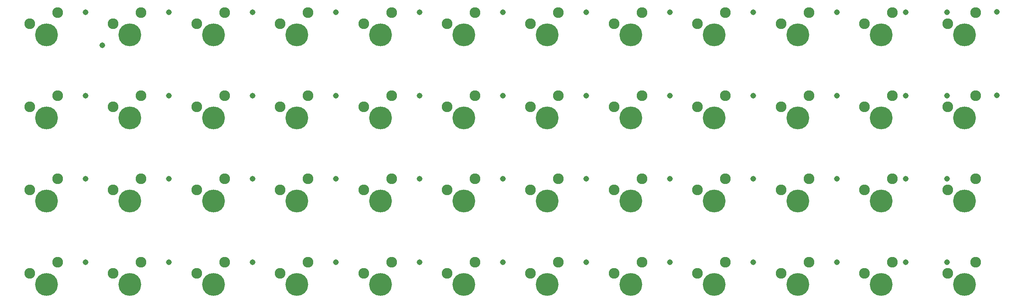
<source format=gbr>
G04 EAGLE Gerber RS-274X export*
G75*
%MOMM*%
%FSLAX34Y34*%
%LPD*%
%INSoldermask Bottom*%
%IPPOS*%
%AMOC8*
5,1,8,0,0,1.08239X$1,22.5*%
G01*
G04 Define Apertures*
%ADD10C,5.207000*%
%ADD11C,2.451100*%
%ADD12C,1.311200*%
D10*
X88900Y88900D03*
D11*
X50800Y114300D03*
X114300Y139700D03*
D10*
X1798828Y88900D03*
D11*
X1760728Y114300D03*
X1824228Y139700D03*
D10*
X1988820Y88900D03*
D11*
X1950720Y114300D03*
X2014220Y139700D03*
D10*
X2178812Y88900D03*
D11*
X2140712Y114300D03*
X2204212Y139700D03*
D10*
X88900Y278892D03*
D11*
X50800Y304292D03*
X114300Y329692D03*
D10*
X278892Y278892D03*
D11*
X240792Y304292D03*
X304292Y329692D03*
D10*
X468884Y278892D03*
D11*
X430784Y304292D03*
X494284Y329692D03*
D10*
X658876Y278892D03*
D11*
X620776Y304292D03*
X684276Y329692D03*
D10*
X848868Y278892D03*
D11*
X810768Y304292D03*
X874268Y329692D03*
D10*
X1038860Y278892D03*
D11*
X1000760Y304292D03*
X1064260Y329692D03*
D10*
X1228852Y278892D03*
D11*
X1190752Y304292D03*
X1254252Y329692D03*
D10*
X278892Y88900D03*
D11*
X240792Y114300D03*
X304292Y139700D03*
D10*
X1418844Y278892D03*
D11*
X1380744Y304292D03*
X1444244Y329692D03*
D10*
X1608836Y278892D03*
D11*
X1570736Y304292D03*
X1634236Y329692D03*
D10*
X1798828Y278892D03*
D11*
X1760728Y304292D03*
X1824228Y329692D03*
D10*
X1988820Y278892D03*
D11*
X1950720Y304292D03*
X2014220Y329692D03*
D10*
X2178812Y278892D03*
D11*
X2140712Y304292D03*
X2204212Y329692D03*
D10*
X88900Y468884D03*
D11*
X50800Y494284D03*
X114300Y519684D03*
D10*
X278892Y468884D03*
D11*
X240792Y494284D03*
X304292Y519684D03*
D10*
X468884Y468884D03*
D11*
X430784Y494284D03*
X494284Y519684D03*
D10*
X658876Y468884D03*
D11*
X620776Y494284D03*
X684276Y519684D03*
D10*
X848868Y468884D03*
D11*
X810768Y494284D03*
X874268Y519684D03*
D10*
X468884Y88900D03*
D11*
X430784Y114300D03*
X494284Y139700D03*
D10*
X1038860Y468884D03*
D11*
X1000760Y494284D03*
X1064260Y519684D03*
D10*
X1228852Y468884D03*
D11*
X1190752Y494284D03*
X1254252Y519684D03*
D10*
X1418844Y468884D03*
D11*
X1380744Y494284D03*
X1444244Y519684D03*
D10*
X1608836Y468884D03*
D11*
X1570736Y494284D03*
X1634236Y519684D03*
D10*
X1798828Y468884D03*
D11*
X1760728Y494284D03*
X1824228Y519684D03*
D10*
X1988820Y468884D03*
D11*
X1950720Y494284D03*
X2014220Y519684D03*
D10*
X2178812Y468884D03*
D11*
X2140712Y494284D03*
X2204212Y519684D03*
D10*
X88900Y658876D03*
D11*
X50800Y684276D03*
X114300Y709676D03*
D10*
X278892Y658876D03*
D11*
X240792Y684276D03*
X304292Y709676D03*
D10*
X468884Y658876D03*
D11*
X430784Y684276D03*
X494284Y709676D03*
D10*
X658876Y88900D03*
D11*
X620776Y114300D03*
X684276Y139700D03*
D10*
X658876Y658876D03*
D11*
X620776Y684276D03*
X684276Y709676D03*
D10*
X848868Y658876D03*
D11*
X810768Y684276D03*
X874268Y709676D03*
D10*
X1038860Y658876D03*
D11*
X1000760Y684276D03*
X1064260Y709676D03*
D10*
X1228852Y658876D03*
D11*
X1190752Y684276D03*
X1254252Y709676D03*
D10*
X1418844Y658876D03*
D11*
X1380744Y684276D03*
X1444244Y709676D03*
D10*
X1608836Y658876D03*
D11*
X1570736Y684276D03*
X1634236Y709676D03*
D10*
X1798828Y658876D03*
D11*
X1760728Y684276D03*
X1824228Y709676D03*
D10*
X1988820Y658876D03*
D11*
X1950720Y684276D03*
X2014220Y709676D03*
D10*
X2178812Y658876D03*
D11*
X2140712Y684276D03*
X2204212Y709676D03*
D10*
X848868Y88900D03*
D11*
X810768Y114300D03*
X874268Y139700D03*
D10*
X1038860Y88900D03*
D11*
X1000760Y114300D03*
X1064260Y139700D03*
D10*
X1228852Y88900D03*
D11*
X1190752Y114300D03*
X1254252Y139700D03*
D10*
X1418844Y88900D03*
D11*
X1380744Y114300D03*
X1444244Y139700D03*
D10*
X1608836Y88900D03*
D11*
X1570736Y114300D03*
X1634236Y139700D03*
D12*
X747776Y519430D03*
X557784Y519430D03*
X367792Y519430D03*
X177800Y519430D03*
X2138680Y709930D03*
X2044700Y709930D03*
X1887728Y709930D03*
X1697736Y709930D03*
X1507744Y709930D03*
X1317752Y709930D03*
X1127760Y709930D03*
X937768Y709930D03*
X747776Y709930D03*
X557784Y709930D03*
X367792Y709930D03*
X177800Y709930D03*
X2251964Y711200D03*
X2251964Y520700D03*
X1507744Y330200D03*
X1317752Y330200D03*
X1127760Y330200D03*
X937768Y330200D03*
X747776Y330200D03*
X557784Y330200D03*
X367792Y330200D03*
X177800Y330200D03*
X2138680Y519430D03*
X2044700Y519430D03*
X1887728Y519430D03*
X1697736Y519430D03*
X1507744Y519430D03*
X1317752Y519430D03*
X1127760Y519430D03*
X937768Y519430D03*
X2138680Y139700D03*
X2044700Y139700D03*
X1887728Y139700D03*
X1697736Y139700D03*
X1507744Y139700D03*
X1317752Y139700D03*
X1127760Y139700D03*
X937768Y139700D03*
X747776Y139700D03*
X557784Y139700D03*
X367792Y139700D03*
X177800Y139700D03*
X2138680Y330200D03*
X2044700Y330200D03*
X1887728Y330200D03*
X1697736Y330200D03*
X215900Y635000D03*
M02*

</source>
